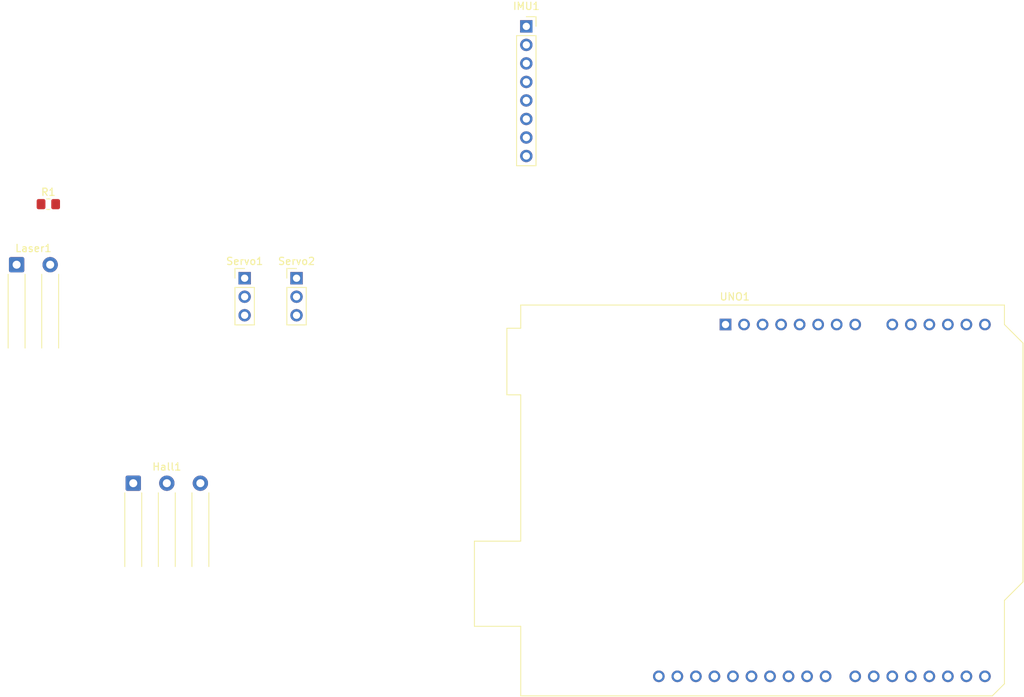
<source format=kicad_pcb>
(kicad_pcb (version 20240108) (generator "pcbnew") (generator_version "8.0")
  (layers (0 "F.Cu" signal) (31 "B.Cu" signal) (34 "B.Paste" user) (35 "F.Paste" user) (36 "B.SilkS" user "B.Silkscreen") (37 "F.SilkS" user "F.Silkscreen") (38 "B.Mask" user) (39 "F.Mask" user) (44 "Edge.Cuts" user))
  (net 0 "")
  (net 1 "+5V")
  (net 2 "GND")
  (net 3 "Net-(Laser1-Pin_1)")
  (net 4 "/SV1")
  (net 31 "/SV2")
  (net 36 "/HALL")
  (net 37 "/IMU_SDA")
  (net 38 "/IMU_SCL")
  (footprint "Resistor_SMD:R_0805_2012Metric_Pad1.20x1.40mm_HandSolder" (layer "F.Cu") (at 102.632 71.12)
    (property "Reference" "R1" (at 0 -1.65 0) (layer "F.SilkS"))
    (property "Value" "10k")
    (fp_line (start -0.227064 -0.735) (end 0.227064 -0.735) (stroke (width 0.12)) (layer "F.SilkS"))
    (fp_line (start -0.227064 0.735) (end 0.227064 0.735) (stroke (width 0.12)) (layer "F.SilkS"))
    (pad "1" smd roundrect (at -1 0) (size 1.2 1.4) (layers "F.Cu" "F.Paste" "F.Mask") (roundrect_rratio 0.208333) (net 3 "Net-(Laser1-Pin_1)"))
    (pad "2" smd roundrect (at 1 0) (size 1.2 1.4) (layers "F.Cu" "F.Paste" "F.Mask") (roundrect_rratio 0.208333) (net 1 "+5V"))
  )
  (footprint "Connector_PinSocket_2.54mm:PinSocket_1x08_P2.54mm_Vertical" (layer "F.Cu") (at 168.148 46.736)
    (property "Reference" "IMU1" (at 0 -2.77 0) (layer "F.SilkS"))
    (property "Value" "MPU-6050")
    (fp_line (start -1.33 1.27) (end -1.33 19.11) (stroke (width 0.12)) (layer "F.SilkS"))
    (fp_line (start -1.33 1.27) (end 1.33 1.27) (stroke (width 0.12)) (layer "F.SilkS"))
    (fp_line (start -1.33 19.11) (end 1.33 19.11) (stroke (width 0.12)) (layer "F.SilkS"))
    (fp_line (start 0 -1.33) (end 1.33 -1.33) (stroke (width 0.12)) (layer "F.SilkS"))
    (fp_line (start 1.33 -1.33) (end 1.33 0) (stroke (width 0.12)) (layer "F.SilkS"))
    (fp_line (start 1.33 1.27) (end 1.33 19.11) (stroke (width 0.12)) (layer "F.SilkS"))
    (pad "1" thru_hole rect (at 0 0) (size 1.7 1.7) (drill 1) (layers "*.Cu" "*.Mask") (net 1 "+5V"))
    (pad "2" thru_hole oval (at 0 2.54) (size 1.7 1.7) (drill 1) (layers "*.Cu" "*.Mask") (net 2 "GND"))
    (pad "3" thru_hole oval (at 0 5.08) (size 1.7 1.7) (drill 1) (layers "*.Cu" "*.Mask") (net 38 "/IMU_SCL"))
    (pad "4" thru_hole oval (at 0 7.62) (size 1.7 1.7) (drill 1) (layers "*.Cu" "*.Mask") (net 37 "/IMU_SDA"))
    (pad "5" thru_hole oval (at 0 10.16) (size 1.7 1.7) (drill 1) (layers "*.Cu" "*.Mask"))
    (pad "6" thru_hole oval (at 0 12.7) (size 1.7 1.7) (drill 1) (layers "*.Cu" "*.Mask"))
    (pad "7" thru_hole oval (at 0 15.24) (size 1.7 1.7) (drill 1) (layers "*.Cu" "*.Mask"))
    (pad "8" thru_hole oval (at 0 17.78) (size 1.7 1.7) (drill 1) (layers "*.Cu" "*.Mask"))
  )
  (footprint "Module:Arduino_UNO_R3" (layer "F.Cu") (at 195.453 87.63)
    (property "Reference" "UNO1" (at 1.27 -3.81 0) (layer "F.SilkS"))
    (property "Value" "Arduino_UNO_R3")
    (fp_line (start -34.42 29.72) (end -34.42 41.4) (stroke (width 0.12)) (layer "F.SilkS"))
    (fp_line (start -34.42 41.4) (end -28.07 41.4) (stroke (width 0.12)) (layer "F.SilkS"))
    (fp_line (start -29.97 0.51) (end -29.97 9.65) (stroke (width 0.12)) (layer "F.SilkS"))
    (fp_line (start -29.97 9.65) (end -28.07 9.65) (stroke (width 0.12)) (layer "F.SilkS"))
    (fp_line (start -28.07 -2.67) (end -28.07 0.51) (stroke (width 0.12)) (layer "F.SilkS"))
    (fp_line (start -28.07 0.51) (end -29.97 0.51) (stroke (width 0.12)) (layer "F.SilkS"))
    (fp_line (start -28.07 9.65) (end -28.07 29.72) (stroke (width 0.12)) (layer "F.SilkS"))
    (fp_line (start -28.07 29.72) (end -34.42 29.72) (stroke (width 0.12)) (layer "F.SilkS"))
    (fp_line (start -28.07 41.4) (end -28.07 50.93) (stroke (width 0.12)) (layer "F.SilkS"))
    (fp_line (start -28.07 50.93) (end 36.58 50.93) (stroke (width 0.12)) (layer "F.SilkS"))
    (fp_line (start 36.58 50.93) (end 38.23 49.28) (stroke (width 0.12)) (layer "F.SilkS"))
    (fp_line (start 38.23 -2.67) (end -28.07 -2.67) (stroke (width 0.12)) (layer "F.SilkS"))
    (fp_line (start 38.23 0) (end 38.23 -2.67) (stroke (width 0.12)) (layer "F.SilkS"))
    (fp_line (start 38.23 37.85) (end 40.77 35.31) (stroke (width 0.12)) (layer "F.SilkS"))
    (fp_line (start 38.23 49.28) (end 38.23 37.85) (stroke (width 0.12)) (layer "F.SilkS"))
    (fp_line (start 40.77 2.54) (end 38.23 0) (stroke (width 0.12)) (layer "F.SilkS"))
    (fp_line (start 40.77 35.31) (end 40.77 2.54) (stroke (width 0.12)) (layer "F.SilkS"))
    (pad "1" thru_hole rect (at 0 0 90) (size 1.6 1.6) (drill 1) (layers "*.Cu" "*.Mask"))
    (pad "2" thru_hole oval (at 2.54 0 90) (size 1.6 1.6) (drill 1) (layers "*.Cu" "*.Mask"))
    (pad "3" thru_hole oval (at 5.08 0 90) (size 1.6 1.6) (drill 1) (layers "*.Cu" "*.Mask"))
    (pad "4" thru_hole oval (at 7.62 0 90) (size 1.6 1.6) (drill 1) (layers "*.Cu" "*.Mask"))
    (pad "5" thru_hole oval (at 10.16 0 90) (size 1.6 1.6) (drill 1) (layers "*.Cu" "*.Mask") (net 1 "+5V"))
    (pad "6" thru_hole oval (at 12.7 0 90) (size 1.6 1.6) (drill 1) (layers "*.Cu" "*.Mask") (net 2 "GND"))
    (pad "7" thru_hole oval (at 15.24 0 90) (size 1.6 1.6) (drill 1) (layers "*.Cu" "*.Mask") (net 2 "GND"))
    (pad "8" thru_hole oval (at 17.78 0 90) (size 1.6 1.6) (drill 1) (layers "*.Cu" "*.Mask"))
    (pad "9" thru_hole oval (at 22.86 0 90) (size 1.6 1.6) (drill 1) (layers "*.Cu" "*.Mask"))
    (pad "10" thru_hole oval (at 25.4 0 90) (size 1.6 1.6) (drill 1) (layers "*.Cu" "*.Mask"))
    (pad "11" thru_hole oval (at 27.94 0 90) (size 1.6 1.6) (drill 1) (layers "*.Cu" "*.Mask"))
    (pad "12" thru_hole oval (at 30.48 0 90) (size 1.6 1.6) (drill 1) (layers "*.Cu" "*.Mask"))
    (pad "13" thru_hole oval (at 33.02 0 90) (size 1.6 1.6) (drill 1) (layers "*.Cu" "*.Mask") (net 38 "/IMU_SCL"))
    (pad "14" thru_hole oval (at 35.56 0 90) (size 1.6 1.6) (drill 1) (layers "*.Cu" "*.Mask") (net 37 "/IMU_SDA"))
    (pad "15" thru_hole oval (at 35.56 48.26 90) (size 1.6 1.6) (drill 1) (layers "*.Cu" "*.Mask"))
    (pad "16" thru_hole oval (at 33.02 48.26 90) (size 1.6 1.6) (drill 1) (layers "*.Cu" "*.Mask"))
    (pad "17" thru_hole oval (at 30.48 48.26 90) (size 1.6 1.6) (drill 1) (layers "*.Cu" "*.Mask"))
    (pad "18" thru_hole oval (at 27.94 48.26 90) (size 1.6 1.6) (drill 1) (layers "*.Cu" "*.Mask"))
    (pad "19" thru_hole oval (at 25.4 48.26 90) (size 1.6 1.6) (drill 1) (layers "*.Cu" "*.Mask"))
    (pad "20" thru_hole oval (at 22.86 48.26 90) (size 1.6 1.6) (drill 1) (layers "*.Cu" "*.Mask"))
    (pad "21" thru_hole oval (at 20.32 48.26 90) (size 1.6 1.6) (drill 1) (layers "*.Cu" "*.Mask"))
    (pad "22" thru_hole oval (at 17.78 48.26 90) (size 1.6 1.6) (drill 1) (layers "*.Cu" "*.Mask"))
    (pad "23" thru_hole oval (at 13.72 48.26 90) (size 1.6 1.6) (drill 1) (layers "*.Cu" "*.Mask"))
    (pad "24" thru_hole oval (at 11.18 48.26 90) (size 1.6 1.6) (drill 1) (layers "*.Cu" "*.Mask"))
    (pad "25" thru_hole oval (at 8.64 48.26 90) (size 1.6 1.6) (drill 1) (layers "*.Cu" "*.Mask"))
    (pad "26" thru_hole oval (at 6.1 48.26 90) (size 1.6 1.6) (drill 1) (layers "*.Cu" "*.Mask"))
    (pad "27" thru_hole oval (at 3.56 48.26 90) (size 1.6 1.6) (drill 1) (layers "*.Cu" "*.Mask"))
    (pad "28" thru_hole oval (at 1.02 48.26 90) (size 1.6 1.6) (drill 1) (layers "*.Cu" "*.Mask"))
    (pad "29" thru_hole oval (at -1.52 48.26 90) (size 1.6 1.6) (drill 1) (layers "*.Cu" "*.Mask") (net 2 "GND"))
    (pad "30" thru_hole oval (at -4.06 48.26 90) (size 1.6 1.6) (drill 1) (layers "*.Cu" "*.Mask"))
    (pad "31" thru_hole oval (at -6.6 48.26 90) (size 1.6 1.6) (drill 1) (layers "*.Cu" "*.Mask"))
    (pad "32" thru_hole oval (at -9.14 48.26 90) (size 1.6 1.6) (drill 1) (layers "*.Cu" "*.Mask"))
  )
  (footprint "Connector_PinHeader_2.54mm:PinHeader_1x03_P2.54mm_Vertical" (layer "F.Cu") (at 136.652 81.28)
    (property "Reference" "Servo2" (at 0 -2.33 0) (layer "F.SilkS"))
    (property "Value" "Motor_Servo" (hide yes))
    (fp_line (start -1.33 -1.33) (end 0 -1.33) (stroke (width 0.12)) (layer "F.SilkS"))
    (fp_line (start -1.33 0) (end -1.33 -1.33) (stroke (width 0.12)) (layer "F.SilkS"))
    (fp_line (start -1.33 1.27) (end -1.33 6.41) (stroke (width 0.12)) (layer "F.SilkS"))
    (fp_line (start -1.33 1.27) (end 1.33 1.27) (stroke (width 0.12)) (layer "F.SilkS"))
    (fp_line (start -1.33 6.41) (end 1.33 6.41) (stroke (width 0.12)) (layer "F.SilkS"))
    (fp_line (start 1.33 1.27) (end 1.33 6.41) (stroke (width 0.12)) (layer "F.SilkS"))
    (pad "1" thru_hole rect (at 0 0) (size 1.7 1.7) (drill 1) (layers "*.Cu" "*.Mask") (net 31 "/SV2"))
    (pad "2" thru_hole oval (at 0 2.54) (size 1.7 1.7) (drill 1) (layers "*.Cu" "*.Mask") (net 1 "+5V"))
    (pad "3" thru_hole oval (at 0 5.08) (size 1.7 1.7) (drill 1) (layers "*.Cu" "*.Mask") (net 2 "GND"))
  )
  (footprint "Connector_PinHeader_2.54mm:PinHeader_1x03_P2.54mm_Vertical" (layer "F.Cu") (at 129.54 81.28)
    (property "Reference" "Servo1" (at 0 -2.33 0) (layer "F.SilkS"))
    (property "Value" "Motor_Servo")
    (fp_line (start -1.33 -1.33) (end 0 -1.33) (stroke (width 0.12)) (layer "F.SilkS"))
    (fp_line (start -1.33 0) (end -1.33 -1.33) (stroke (width 0.12)) (layer "F.SilkS"))
    (fp_line (start -1.33 1.27) (end -1.33 6.41) (stroke (width 0.12)) (layer "F.SilkS"))
    (fp_line (start -1.33 1.27) (end 1.33 1.27) (stroke (width 0.12)) (layer "F.SilkS"))
    (fp_line (start -1.33 6.41) (end 1.33 6.41) (stroke (width 0.12)) (layer "F.SilkS"))
    (fp_line (start 1.33 1.27) (end 1.33 6.41) (stroke (width 0.12)) (layer "F.SilkS"))
    (pad "1" thru_hole rect (at 0 0) (size 1.7 1.7) (drill 1) (layers "*.Cu" "*.Mask") (net 4 "/SV1"))
    (pad "2" thru_hole oval (at 0 2.54) (size 1.7 1.7) (drill 1) (layers "*.Cu" "*.Mask") (net 1 "+5V"))
    (pad "3" thru_hole oval (at 0 5.08) (size 1.7 1.7) (drill 1) (layers "*.Cu" "*.Mask") (net 2 "GND"))
  )
  (footprint "Connector_Wire:SolderWire-0.5sqmm_1x03_P4.6mm_D0.9mm_OD2.1mm_Relief" (layer "F.Cu") (at 114.272 109.399)
    (property "Reference" "Hall1" (at 4.6 -2.25 0) (layer "F.SilkS"))
    (property "Value" "Hall_Sensor")
    (fp_line (start -1.16 1.31) (end -1.16 11.44) (stroke (width 0.12)) (layer "F.SilkS"))
    (fp_line (start 1.16 1.31) (end 1.16 11.44) (stroke (width 0.12)) (layer "F.SilkS"))
    (fp_line (start 3.44 1.31) (end 3.44 11.44) (stroke (width 0.12)) (layer "F.SilkS"))
    (fp_line (start 5.76 1.31) (end 5.76 11.44) (stroke (width 0.12)) (layer "F.SilkS"))
    (fp_line (start 8.04 1.31) (end 8.04 11.44) (stroke (width 0.12)) (layer "F.SilkS"))
    (fp_line (start 10.36 1.31) (end 10.36 11.44) (stroke (width 0.12)) (layer "F.SilkS"))
    (pad "" np_thru_hole circle (at 0 12.6) (size 2.6 2.6) (drill 2.6) (layers "*.Cu" "*.Mask"))
    (pad "" np_thru_hole circle (at 4.6 12.6) (size 2.6 2.6) (drill 2.6) (layers "*.Cu" "*.Mask"))
    (pad "" np_thru_hole circle (at 9.2 12.6) (size 2.6 2.6) (drill 2.6) (layers "*.Cu" "*.Mask"))
    (pad "1" thru_hole roundrect (at 0 0) (size 2.1 2.1) (drill 1.1) (layers "*.Cu" "*.Mask") (roundrect_rratio 0.119048) (net 1 "+5V"))
    (pad "2" thru_hole circle (at 4.6 0) (size 2.1 2.1) (drill 1.1) (layers "*.Cu" "*.Mask") (net 2 "GND"))
    (pad "3" thru_hole circle (at 9.2 0) (size 2.1 2.1) (drill 1.1) (layers "*.Cu" "*.Mask") (net 36 "/HALL"))
  )
  (footprint "Connector_Wire:SolderWire-0.5sqmm_1x02_P4.6mm_D0.9mm_OD2.1mm_Relief" (layer "F.Cu") (at 98.284 79.427)
    (property "Reference" "Laser1" (at 2.3 -2.25 0) (layer "F.SilkS"))
    (property "Value" "Laser_Diode")
    (fp_line (start -1.16 1.31) (end -1.16 11.44) (stroke (width 0.12)) (layer "F.SilkS"))
    (fp_line (start 1.16 1.31) (end 1.16 11.44) (stroke (width 0.12)) (layer "F.SilkS"))
    (fp_line (start 3.44 1.31) (end 3.44 11.44) (stroke (width 0.12)) (layer "F.SilkS"))
    (fp_line (start 5.76 1.31) (end 5.76 11.44) (stroke (width 0.12)) (layer "F.SilkS"))
    (pad "" np_thru_hole circle (at 0 12.6) (size 2.6 2.6) (drill 2.6) (layers "*.Cu" "*.Mask"))
    (pad "" np_thru_hole circle (at 4.6 12.6) (size 2.6 2.6) (drill 2.6) (layers "*.Cu" "*.Mask"))
    (pad "1" thru_hole roundrect (at 0 0) (size 2.1 2.1) (drill 1.1) (layers "*.Cu" "*.Mask") (roundrect_rratio 0.119048) (net 3 "Net-(Laser1-Pin_1)"))
    (pad "2" thru_hole circle (at 4.6 0) (size 2.1 2.1) (drill 1.1) (layers "*.Cu" "*.Mask") (net 2 "GND"))
  )
)
</source>
